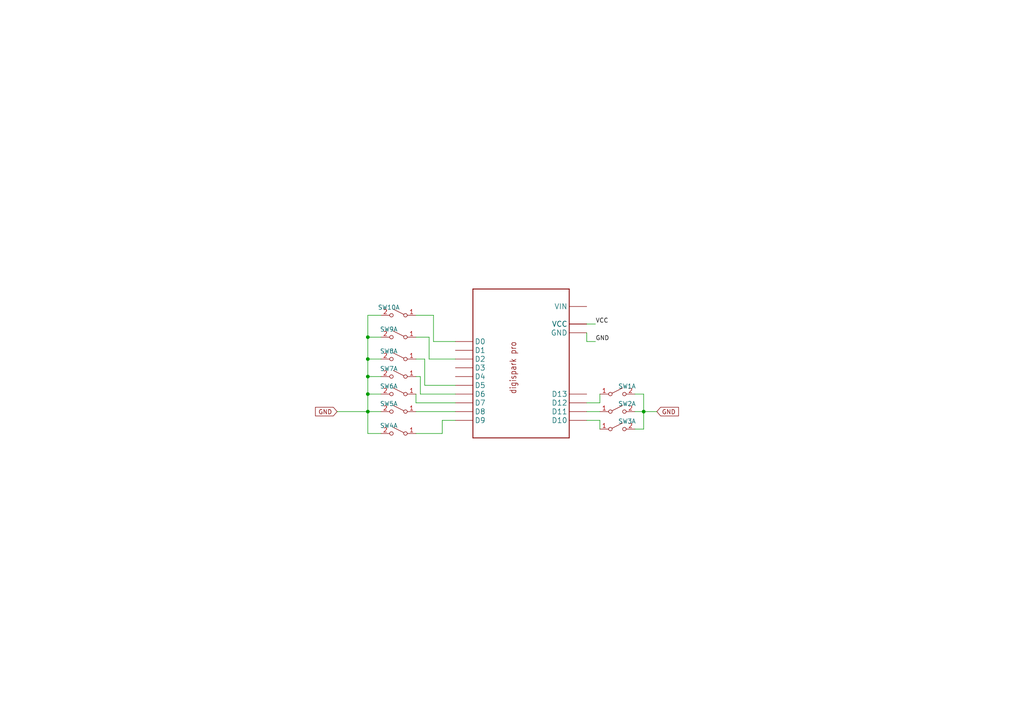
<source format=kicad_sch>
(kicad_sch
	(version 20250114)
	(generator "eeschema")
	(generator_version "9.0")
	(uuid "3401802d-7751-40f8-9a77-062de3f2af07")
	(paper "A4")
	(lib_symbols
		(symbol "DigiJoypad-eagle-import:DIGI-PRO"
			(exclude_from_sim no)
			(in_bom yes)
			(on_board yes)
			(property "Reference" ""
				(at 0 0 0)
				(effects
					(font
						(size 1.27 1.27)
					)
					(hide yes)
				)
			)
			(property "Value" ""
				(at 0 0 0)
				(effects
					(font
						(size 1.27 1.27)
					)
					(hide yes)
				)
			)
			(property "Footprint" "DigiJoypad:DIGI-PRO"
				(at 0 0 0)
				(effects
					(font
						(size 1.27 1.27)
					)
					(hide yes)
				)
			)
			(property "Datasheet" ""
				(at 0 0 0)
				(effects
					(font
						(size 1.27 1.27)
					)
					(hide yes)
				)
			)
			(property "Description" "Digispark Pro Clone"
				(at 0 0 0)
				(effects
					(font
						(size 1.27 1.27)
					)
					(hide yes)
				)
			)
			(property "ki_locked" ""
				(at 0 0 0)
				(effects
					(font
						(size 1.27 1.27)
					)
				)
			)
			(symbol "DIGI-PRO_1_0"
				(polyline
					(pts
						(xy -17.78 22.86) (xy 10.16 22.86)
					)
					(stroke
						(width 0.254)
						(type solid)
					)
					(fill
						(type none)
					)
				)
				(polyline
					(pts
						(xy -17.78 -20.32) (xy -17.78 22.86)
					)
					(stroke
						(width 0.254)
						(type solid)
					)
					(fill
						(type none)
					)
				)
				(polyline
					(pts
						(xy 10.16 22.86) (xy 10.16 -20.32)
					)
					(stroke
						(width 0.254)
						(type solid)
					)
					(fill
						(type none)
					)
				)
				(polyline
					(pts
						(xy 10.16 -20.32) (xy -17.78 -20.32)
					)
					(stroke
						(width 0.254)
						(type solid)
					)
					(fill
						(type none)
					)
				)
				(text "digispark pro"
					(at -5.08 -7.62 900)
					(effects
						(font
							(size 1.778 1.5113)
						)
						(justify left bottom)
					)
				)
				(pin bidirectional line
					(at -22.86 7.62 0)
					(length 5.08)
					(name "D0"
						(effects
							(font
								(size 1.524 1.524)
							)
						)
					)
					(number "D0"
						(effects
							(font
								(size 0 0)
							)
						)
					)
				)
				(pin bidirectional line
					(at -22.86 5.08 0)
					(length 5.08)
					(name "D1"
						(effects
							(font
								(size 1.524 1.524)
							)
						)
					)
					(number "D1"
						(effects
							(font
								(size 0 0)
							)
						)
					)
				)
				(pin bidirectional line
					(at -22.86 2.54 0)
					(length 5.08)
					(name "D2"
						(effects
							(font
								(size 1.524 1.524)
							)
						)
					)
					(number "D2"
						(effects
							(font
								(size 0 0)
							)
						)
					)
				)
				(pin bidirectional line
					(at -22.86 0 0)
					(length 5.08)
					(name "D3"
						(effects
							(font
								(size 1.524 1.524)
							)
						)
					)
					(number "D3"
						(effects
							(font
								(size 0 0)
							)
						)
					)
				)
				(pin bidirectional line
					(at -22.86 -2.54 0)
					(length 5.08)
					(name "D4"
						(effects
							(font
								(size 1.524 1.524)
							)
						)
					)
					(number "D4"
						(effects
							(font
								(size 0 0)
							)
						)
					)
				)
				(pin bidirectional line
					(at -22.86 -5.08 0)
					(length 5.08)
					(name "D5"
						(effects
							(font
								(size 1.524 1.524)
							)
						)
					)
					(number "D5"
						(effects
							(font
								(size 0 0)
							)
						)
					)
				)
				(pin bidirectional line
					(at -22.86 -7.62 0)
					(length 5.08)
					(name "D6"
						(effects
							(font
								(size 1.524 1.524)
							)
						)
					)
					(number "D6"
						(effects
							(font
								(size 0 0)
							)
						)
					)
				)
				(pin bidirectional line
					(at -22.86 -10.16 0)
					(length 5.08)
					(name "D7"
						(effects
							(font
								(size 1.524 1.524)
							)
						)
					)
					(number "D7"
						(effects
							(font
								(size 0 0)
							)
						)
					)
				)
				(pin bidirectional line
					(at -22.86 -12.7 0)
					(length 5.08)
					(name "D8"
						(effects
							(font
								(size 1.524 1.524)
							)
						)
					)
					(number "D8"
						(effects
							(font
								(size 0 0)
							)
						)
					)
				)
				(pin bidirectional line
					(at -22.86 -15.24 0)
					(length 5.08)
					(name "D9"
						(effects
							(font
								(size 1.524 1.524)
							)
						)
					)
					(number "D9"
						(effects
							(font
								(size 0 0)
							)
						)
					)
				)
				(pin bidirectional line
					(at 15.24 17.78 180)
					(length 5.08)
					(name "VIN"
						(effects
							(font
								(size 1.524 1.524)
							)
						)
					)
					(number "VIN"
						(effects
							(font
								(size 0 0)
							)
						)
					)
				)
				(pin bidirectional line
					(at 15.24 12.7 180)
					(length 5.08)
					(name "VCC"
						(effects
							(font
								(size 1.524 1.524)
							)
						)
					)
					(number "VCC"
						(effects
							(font
								(size 0 0)
							)
						)
					)
				)
				(pin bidirectional line
					(at 15.24 12.7 180)
					(length 5.08)
					(name "VCC"
						(effects
							(font
								(size 1.524 1.524)
							)
						)
					)
					(number "VCC1"
						(effects
							(font
								(size 0 0)
							)
						)
					)
				)
				(pin bidirectional line
					(at 15.24 10.16 180)
					(length 5.08)
					(name "GND"
						(effects
							(font
								(size 1.524 1.524)
							)
						)
					)
					(number "GND"
						(effects
							(font
								(size 0 0)
							)
						)
					)
				)
				(pin bidirectional line
					(at 15.24 -7.62 180)
					(length 5.08)
					(name "D13"
						(effects
							(font
								(size 1.524 1.524)
							)
						)
					)
					(number "D13"
						(effects
							(font
								(size 0 0)
							)
						)
					)
				)
				(pin bidirectional line
					(at 15.24 -10.16 180)
					(length 5.08)
					(name "D12"
						(effects
							(font
								(size 1.524 1.524)
							)
						)
					)
					(number "D12"
						(effects
							(font
								(size 0 0)
							)
						)
					)
				)
				(pin bidirectional line
					(at 15.24 -12.7 180)
					(length 5.08)
					(name "D11"
						(effects
							(font
								(size 1.524 1.524)
							)
						)
					)
					(number "D11"
						(effects
							(font
								(size 0 0)
							)
						)
					)
				)
				(pin bidirectional line
					(at 15.24 -15.24 180)
					(length 5.08)
					(name "D10"
						(effects
							(font
								(size 1.524 1.524)
							)
						)
					)
					(number "D10"
						(effects
							(font
								(size 0 0)
							)
						)
					)
				)
			)
			(embedded_fonts no)
		)
		(symbol "Switch:SW_DPST_x2"
			(pin_names
				(offset 0)
				(hide yes)
			)
			(exclude_from_sim no)
			(in_bom yes)
			(on_board yes)
			(property "Reference" "SW"
				(at 0 3.175 0)
				(effects
					(font
						(size 1.27 1.27)
					)
				)
			)
			(property "Value" "SW_DPST_x2"
				(at 0 -2.54 0)
				(effects
					(font
						(size 1.27 1.27)
					)
				)
			)
			(property "Footprint" ""
				(at 0 0 0)
				(effects
					(font
						(size 1.27 1.27)
					)
					(hide yes)
				)
			)
			(property "Datasheet" "~"
				(at 0 0 0)
				(effects
					(font
						(size 1.27 1.27)
					)
					(hide yes)
				)
			)
			(property "Description" "Single Pole Single Throw (SPST) switch, separate symbol"
				(at 0 0 0)
				(effects
					(font
						(size 1.27 1.27)
					)
					(hide yes)
				)
			)
			(property "ki_keywords" "switch lever"
				(at 0 0 0)
				(effects
					(font
						(size 1.27 1.27)
					)
					(hide yes)
				)
			)
			(symbol "SW_DPST_x2_0_0"
				(circle
					(center -2.032 0)
					(radius 0.508)
					(stroke
						(width 0)
						(type default)
					)
					(fill
						(type none)
					)
				)
				(polyline
					(pts
						(xy -1.524 0.254) (xy 1.524 1.778)
					)
					(stroke
						(width 0)
						(type default)
					)
					(fill
						(type none)
					)
				)
				(circle
					(center 2.032 0)
					(radius 0.508)
					(stroke
						(width 0)
						(type default)
					)
					(fill
						(type none)
					)
				)
			)
			(symbol "SW_DPST_x2_1_1"
				(pin passive line
					(at -5.08 0 0)
					(length 2.54)
					(name "A"
						(effects
							(font
								(size 1.27 1.27)
							)
						)
					)
					(number "1"
						(effects
							(font
								(size 1.27 1.27)
							)
						)
					)
				)
				(pin passive line
					(at 5.08 0 180)
					(length 2.54)
					(name "B"
						(effects
							(font
								(size 1.27 1.27)
							)
						)
					)
					(number "2"
						(effects
							(font
								(size 1.27 1.27)
							)
						)
					)
				)
			)
			(symbol "SW_DPST_x2_2_1"
				(pin passive line
					(at -5.08 0 0)
					(length 2.54)
					(name "A"
						(effects
							(font
								(size 1.27 1.27)
							)
						)
					)
					(number "3"
						(effects
							(font
								(size 1.27 1.27)
							)
						)
					)
				)
				(pin passive line
					(at 5.08 0 180)
					(length 2.54)
					(name "B"
						(effects
							(font
								(size 1.27 1.27)
							)
						)
					)
					(number "4"
						(effects
							(font
								(size 1.27 1.27)
							)
						)
					)
				)
			)
			(embedded_fonts no)
		)
	)
	(junction
		(at 106.68 104.14)
		(diameter 0)
		(color 0 0 0 0)
		(uuid "2d3e64ec-29b1-468b-8e67-c24ba317d1fa")
	)
	(junction
		(at 106.68 114.3)
		(diameter 0)
		(color 0 0 0 0)
		(uuid "3cbf6701-fda0-42c8-bca2-0ea2fee9cdc3")
	)
	(junction
		(at 106.68 119.38)
		(diameter 0)
		(color 0 0 0 0)
		(uuid "732c1ac3-391d-472b-a864-0fcdda37742e")
	)
	(junction
		(at 106.68 109.22)
		(diameter 0)
		(color 0 0 0 0)
		(uuid "8cd6c8b3-fb61-437a-aecd-e232bc8c4e9f")
	)
	(junction
		(at 186.69 119.38)
		(diameter 0)
		(color 0 0 0 0)
		(uuid "a2e1cca4-dd81-4c05-8cfe-3e728749ecfc")
	)
	(junction
		(at 106.68 97.79)
		(diameter 0)
		(color 0 0 0 0)
		(uuid "e435e5c6-6040-49de-8098-e6d4d689c33a")
	)
	(wire
		(pts
			(xy 106.68 91.44) (xy 106.68 97.79)
		)
		(stroke
			(width 0)
			(type default)
		)
		(uuid "02d15c07-4732-47e7-af48-f53d141e878e")
	)
	(wire
		(pts
			(xy 184.15 119.38) (xy 186.69 119.38)
		)
		(stroke
			(width 0)
			(type default)
		)
		(uuid "053b959c-125a-4a0d-8b4e-4b8faf782f70")
	)
	(wire
		(pts
			(xy 170.18 96.52) (xy 170.18 99.06)
		)
		(stroke
			(width 0.1524)
			(type solid)
		)
		(uuid "1c94b008-aeb4-4764-ba1d-e5f423566e0e")
	)
	(wire
		(pts
			(xy 121.92 109.22) (xy 121.92 114.3)
		)
		(stroke
			(width 0)
			(type default)
		)
		(uuid "1e91a268-1f17-4d28-8846-6618719347ed")
	)
	(wire
		(pts
			(xy 97.79 119.38) (xy 106.68 119.38)
		)
		(stroke
			(width 0)
			(type default)
		)
		(uuid "20b2b5d3-c3c0-451a-a697-3017cefd5501")
	)
	(wire
		(pts
			(xy 170.18 116.84) (xy 173.99 116.84)
		)
		(stroke
			(width 0)
			(type default)
		)
		(uuid "21f9d798-aaa0-4fce-a204-9b254faa0f91")
	)
	(wire
		(pts
			(xy 123.19 111.76) (xy 132.08 111.76)
		)
		(stroke
			(width 0)
			(type default)
		)
		(uuid "28205899-18c2-4319-ad1b-5f4975195a03")
	)
	(wire
		(pts
			(xy 120.65 125.73) (xy 128.27 125.73)
		)
		(stroke
			(width 0)
			(type default)
		)
		(uuid "2d70be5a-211e-4ccf-908f-ab0f9a5c0f56")
	)
	(wire
		(pts
			(xy 186.69 124.46) (xy 186.69 119.38)
		)
		(stroke
			(width 0)
			(type default)
		)
		(uuid "3002e2fd-fc24-4453-a1c4-f582bda3f580")
	)
	(wire
		(pts
			(xy 184.15 114.3) (xy 186.69 114.3)
		)
		(stroke
			(width 0)
			(type default)
		)
		(uuid "33c5479c-bf20-47b2-8714-d37f0b3f7be6")
	)
	(wire
		(pts
			(xy 184.15 124.46) (xy 186.69 124.46)
		)
		(stroke
			(width 0)
			(type default)
		)
		(uuid "38ebeb50-c070-4c6e-ab6c-ef486e48983a")
	)
	(wire
		(pts
			(xy 132.08 104.14) (xy 124.46 104.14)
		)
		(stroke
			(width 0)
			(type default)
		)
		(uuid "38fa37ce-2cae-4715-9798-376ce8c63dd2")
	)
	(wire
		(pts
			(xy 106.68 104.14) (xy 110.49 104.14)
		)
		(stroke
			(width 0)
			(type default)
		)
		(uuid "3bcd6383-31ec-4910-892f-b0241672ce9f")
	)
	(wire
		(pts
			(xy 123.19 104.14) (xy 123.19 111.76)
		)
		(stroke
			(width 0)
			(type default)
		)
		(uuid "402cefa8-f0e9-4d44-96b0-1dcf3e389341")
	)
	(wire
		(pts
			(xy 120.65 109.22) (xy 121.92 109.22)
		)
		(stroke
			(width 0)
			(type default)
		)
		(uuid "4089c31b-e114-43dd-aa9a-f695fc5e767f")
	)
	(wire
		(pts
			(xy 125.73 99.06) (xy 125.73 91.44)
		)
		(stroke
			(width 0)
			(type default)
		)
		(uuid "43e29cac-f527-4579-bbe0-f064894b1d7d")
	)
	(wire
		(pts
			(xy 120.65 104.14) (xy 123.19 104.14)
		)
		(stroke
			(width 0)
			(type default)
		)
		(uuid "45ad0a1d-1814-4a91-b857-dbd2a7fb1695")
	)
	(wire
		(pts
			(xy 128.27 121.92) (xy 132.08 121.92)
		)
		(stroke
			(width 0)
			(type default)
		)
		(uuid "5cb3b018-0345-420d-bb50-c49ffd5539eb")
	)
	(wire
		(pts
			(xy 170.18 99.06) (xy 172.72 99.06)
		)
		(stroke
			(width 0.1524)
			(type solid)
		)
		(uuid "721eeb44-c43b-47e3-a193-807604eb3798")
	)
	(wire
		(pts
			(xy 106.68 119.38) (xy 110.49 119.38)
		)
		(stroke
			(width 0)
			(type default)
		)
		(uuid "74023869-3f90-464d-a1f5-4d11354a2a3e")
	)
	(wire
		(pts
			(xy 106.68 109.22) (xy 110.49 109.22)
		)
		(stroke
			(width 0)
			(type default)
		)
		(uuid "7538e2c4-f693-4ef3-8a65-61e24dcd457c")
	)
	(wire
		(pts
			(xy 170.18 93.98) (xy 172.72 93.98)
		)
		(stroke
			(width 0.1524)
			(type solid)
		)
		(uuid "75817268-574d-4859-a94c-338288db2f22")
	)
	(wire
		(pts
			(xy 106.68 114.3) (xy 106.68 119.38)
		)
		(stroke
			(width 0)
			(type default)
		)
		(uuid "88f039b5-1fa3-4e8d-82f9-7f2ac0a3db75")
	)
	(wire
		(pts
			(xy 186.69 119.38) (xy 190.5 119.38)
		)
		(stroke
			(width 0)
			(type default)
		)
		(uuid "8b1f716d-9a9f-4e06-bca8-2de4361237b0")
	)
	(wire
		(pts
			(xy 124.46 104.14) (xy 124.46 97.79)
		)
		(stroke
			(width 0)
			(type default)
		)
		(uuid "8b53761f-26d5-4e33-8267-b0a4fe13da2c")
	)
	(wire
		(pts
			(xy 128.27 125.73) (xy 128.27 121.92)
		)
		(stroke
			(width 0)
			(type default)
		)
		(uuid "97b9959d-7194-4051-939b-ccc17da2e1e4")
	)
	(wire
		(pts
			(xy 170.18 119.38) (xy 173.99 119.38)
		)
		(stroke
			(width 0)
			(type default)
		)
		(uuid "a1651436-0a44-40b5-b0b5-001670e1a0e0")
	)
	(wire
		(pts
			(xy 106.68 104.14) (xy 106.68 109.22)
		)
		(stroke
			(width 0)
			(type default)
		)
		(uuid "a218f45e-3d51-460a-b0d1-23c7021434d3")
	)
	(wire
		(pts
			(xy 106.68 97.79) (xy 106.68 104.14)
		)
		(stroke
			(width 0)
			(type default)
		)
		(uuid "a52a37e9-96e1-4aaa-910c-a28a1909b076")
	)
	(wire
		(pts
			(xy 106.68 114.3) (xy 110.49 114.3)
		)
		(stroke
			(width 0)
			(type default)
		)
		(uuid "a614ffb4-52d1-472e-b932-d0370dae0bb5")
	)
	(wire
		(pts
			(xy 120.65 114.3) (xy 120.65 116.84)
		)
		(stroke
			(width 0)
			(type default)
		)
		(uuid "a698804c-ddf7-45c7-9948-e48bcde4772d")
	)
	(wire
		(pts
			(xy 170.18 121.92) (xy 173.99 121.92)
		)
		(stroke
			(width 0)
			(type default)
		)
		(uuid "b0628abb-a6b9-440a-86cc-7e4bc9d5116e")
	)
	(wire
		(pts
			(xy 120.65 119.38) (xy 132.08 119.38)
		)
		(stroke
			(width 0)
			(type default)
		)
		(uuid "b547375d-d17b-405a-8af7-29baeaf144fc")
	)
	(wire
		(pts
			(xy 106.68 125.73) (xy 110.49 125.73)
		)
		(stroke
			(width 0)
			(type default)
		)
		(uuid "b754e10d-dda4-45e2-8346-4a800105d83d")
	)
	(wire
		(pts
			(xy 120.65 116.84) (xy 132.08 116.84)
		)
		(stroke
			(width 0)
			(type default)
		)
		(uuid "c2b8218f-08c4-4a2f-83d9-703f4bcacecd")
	)
	(wire
		(pts
			(xy 120.65 97.79) (xy 124.46 97.79)
		)
		(stroke
			(width 0)
			(type default)
		)
		(uuid "c2fe6f46-8b2a-4e9f-b2ca-635658a4bfaf")
	)
	(wire
		(pts
			(xy 186.69 119.38) (xy 186.69 114.3)
		)
		(stroke
			(width 0)
			(type default)
		)
		(uuid "c98aa867-ebee-42d5-92d3-edc98d5d7af3")
	)
	(wire
		(pts
			(xy 121.92 114.3) (xy 132.08 114.3)
		)
		(stroke
			(width 0)
			(type default)
		)
		(uuid "d3ccc571-99d1-4917-b7ef-0c7cf6cfe904")
	)
	(wire
		(pts
			(xy 173.99 121.92) (xy 173.99 124.46)
		)
		(stroke
			(width 0)
			(type default)
		)
		(uuid "e0fdb5a7-e900-4d81-9ad9-11b90ee044a2")
	)
	(wire
		(pts
			(xy 173.99 116.84) (xy 173.99 114.3)
		)
		(stroke
			(width 0)
			(type default)
		)
		(uuid "e48e9679-323c-4382-9ffe-34f7533eb508")
	)
	(wire
		(pts
			(xy 132.08 99.06) (xy 125.73 99.06)
		)
		(stroke
			(width 0)
			(type default)
		)
		(uuid "e8a9a3b7-1a9b-4a45-b439-305a0d36f286")
	)
	(wire
		(pts
			(xy 120.65 91.44) (xy 125.73 91.44)
		)
		(stroke
			(width 0)
			(type default)
		)
		(uuid "eb6e1f64-0a45-4475-8d62-94ad5fd83656")
	)
	(wire
		(pts
			(xy 106.68 97.79) (xy 110.49 97.79)
		)
		(stroke
			(width 0)
			(type default)
		)
		(uuid "f3423502-ac57-406e-b578-8184f40fcf1b")
	)
	(wire
		(pts
			(xy 110.49 91.44) (xy 106.68 91.44)
		)
		(stroke
			(width 0)
			(type default)
		)
		(uuid "f97bf2a2-1336-43d6-904a-ecb87c0d6782")
	)
	(wire
		(pts
			(xy 106.68 109.22) (xy 106.68 114.3)
		)
		(stroke
			(width 0)
			(type default)
		)
		(uuid "fdf29534-d006-4849-a75b-d58a3bcfb771")
	)
	(wire
		(pts
			(xy 106.68 119.38) (xy 106.68 125.73)
		)
		(stroke
			(width 0)
			(type default)
		)
		(uuid "fedfd55e-fa90-4077-a438-cda26c91c663")
	)
	(label "VCC"
		(at 172.72 93.98 0)
		(effects
			(font
				(size 1.2446 1.2446)
			)
			(justify left bottom)
		)
		(uuid "46d5ebdf-eb5b-4004-8d5f-753fb6ab49d1")
	)
	(label "GND"
		(at 172.72 99.06 0)
		(effects
			(font
				(size 1.2446 1.2446)
			)
			(justify left bottom)
		)
		(uuid "c964c906-6ea2-4426-b99f-0ea8ba1b065e")
	)
	(global_label "GND"
		(shape input)
		(at 97.79 119.38 180)
		(fields_autoplaced yes)
		(effects
			(font
				(size 1.27 1.27)
			)
			(justify right)
		)
		(uuid "67892684-f3d4-4c76-9855-bd73e7dc78ec")
		(property "Intersheetrefs" "${INTERSHEET_REFS}"
			(at 90.9343 119.38 0)
			(effects
				(font
					(size 1.27 1.27)
				)
				(justify right)
				(hide yes)
			)
		)
	)
	(global_label "GND"
		(shape input)
		(at 190.5 119.38 0)
		(fields_autoplaced yes)
		(effects
			(font
				(size 1.27 1.27)
			)
			(justify left)
		)
		(uuid "f0639e1b-8200-4617-82ca-b1156591191f")
		(property "Intersheetrefs" "${INTERSHEET_REFS}"
			(at 197.3557 119.38 0)
			(effects
				(font
					(size 1.27 1.27)
				)
				(justify left)
				(hide yes)
			)
		)
	)
	(symbol
		(lib_id "Switch:SW_DPST_x2")
		(at 179.07 119.38 0)
		(unit 1)
		(exclude_from_sim no)
		(in_bom yes)
		(on_board yes)
		(dnp no)
		(uuid "1626bc9d-9cd9-4cef-8913-87aec74d8147")
		(property "Reference" "SW2"
			(at 181.864 117.094 0)
			(effects
				(font
					(size 1.27 1.27)
				)
			)
		)
		(property "Value" "SW_MEC_5G"
			(at 179.07 114.3 0)
			(effects
				(font
					(size 1.27 1.27)
				)
				(hide yes)
			)
		)
		(property "Footprint" "Button_Switch_THT:SW_SPST_Omron_B3F-40xx"
			(at 179.07 119.38 0)
			(effects
				(font
					(size 1.27 1.27)
				)
				(hide yes)
			)
		)
		(property "Datasheet" "~"
			(at 179.07 119.38 0)
			(effects
				(font
					(size 1.27 1.27)
				)
				(hide yes)
			)
		)
		(property "Description" "Single Pole Single Throw (SPST) switch, separate symbol"
			(at 179.07 119.38 0)
			(effects
				(font
					(size 1.27 1.27)
				)
				(hide yes)
			)
		)
		(pin "4"
			(uuid "81e7aea2-be18-4da7-8510-f76c5e973b6a")
		)
		(pin "1"
			(uuid "7b7715e1-f5a8-4e6e-9952-5d77794b2366")
		)
		(pin "3"
			(uuid "2a51bd9f-d654-4b23-a934-0f1ce82c9298")
		)
		(pin "2"
			(uuid "cb70241a-68b3-40b0-a7a5-c7cd18b31d9b")
		)
		(instances
			(project "DigiJoypad"
				(path "/3401802d-7751-40f8-9a77-062de3f2af07"
					(reference "SW2")
					(unit 1)
				)
			)
		)
	)
	(symbol
		(lib_id "Switch:SW_DPST_x2")
		(at 115.57 119.38 0)
		(mirror y)
		(unit 1)
		(exclude_from_sim no)
		(in_bom yes)
		(on_board yes)
		(dnp no)
		(uuid "27d66cb2-df09-4f80-af04-944f12e9abcb")
		(property "Reference" "SW5"
			(at 112.776 117.094 0)
			(effects
				(font
					(size 1.27 1.27)
				)
			)
		)
		(property "Value" "SW_MEC_5G"
			(at 115.57 114.3 0)
			(effects
				(font
					(size 1.27 1.27)
				)
				(hide yes)
			)
		)
		(property "Footprint" "Button_Switch_THT:SW_SPST_Omron_B3F-40xx"
			(at 115.57 119.38 0)
			(effects
				(font
					(size 1.27 1.27)
				)
				(hide yes)
			)
		)
		(property "Datasheet" "~"
			(at 115.57 119.38 0)
			(effects
				(font
					(size 1.27 1.27)
				)
				(hide yes)
			)
		)
		(property "Description" "Single Pole Single Throw (SPST) switch, separate symbol"
			(at 115.57 119.38 0)
			(effects
				(font
					(size 1.27 1.27)
				)
				(hide yes)
			)
		)
		(pin "4"
			(uuid "d39be329-d6a6-4145-a907-4ccd5c433951")
		)
		(pin "1"
			(uuid "0cee70bc-655c-4b88-b201-05449330a251")
		)
		(pin "3"
			(uuid "2eb895da-9e09-4f3a-81b2-654792aa0387")
		)
		(pin "2"
			(uuid "8409aabf-7d8a-4635-b9f8-dc78f9b20856")
		)
		(instances
			(project "DigiJoypad"
				(path "/3401802d-7751-40f8-9a77-062de3f2af07"
					(reference "SW5")
					(unit 1)
				)
			)
		)
	)
	(symbol
		(lib_id "Switch:SW_DPST_x2")
		(at 115.57 97.79 0)
		(mirror y)
		(unit 1)
		(exclude_from_sim no)
		(in_bom yes)
		(on_board yes)
		(dnp no)
		(uuid "43c3443a-5561-4e2b-b505-89c3ec5ac283")
		(property "Reference" "SW9"
			(at 112.776 95.504 0)
			(effects
				(font
					(size 1.27 1.27)
				)
			)
		)
		(property "Value" "SW_MEC_5G"
			(at 115.57 92.71 0)
			(effects
				(font
					(size 1.27 1.27)
				)
				(hide yes)
			)
		)
		(property "Footprint" "Button_Switch_THT:SW_SPST_Omron_B3F-40xx"
			(at 115.57 97.79 0)
			(effects
				(font
					(size 1.27 1.27)
				)
				(hide yes)
			)
		)
		(property "Datasheet" "~"
			(at 115.57 97.79 0)
			(effects
				(font
					(size 1.27 1.27)
				)
				(hide yes)
			)
		)
		(property "Description" "Single Pole Single Throw (SPST) switch, separate symbol"
			(at 115.57 97.79 0)
			(effects
				(font
					(size 1.27 1.27)
				)
				(hide yes)
			)
		)
		(pin "4"
			(uuid "9834a8c4-eba9-48a4-a0b6-607899e5dff2")
		)
		(pin "1"
			(uuid "27510c39-e151-40d7-95aa-b2ecf507db97")
		)
		(pin "3"
			(uuid "b640f50b-4dce-46e8-8711-8ddaacb14364")
		)
		(pin "2"
			(uuid "3cdfc090-ab7b-45df-b567-298626873ea6")
		)
		(instances
			(project "DigiJoypad"
				(path "/3401802d-7751-40f8-9a77-062de3f2af07"
					(reference "SW9")
					(unit 1)
				)
			)
		)
	)
	(symbol
		(lib_id "Switch:SW_DPST_x2")
		(at 115.57 125.73 0)
		(mirror y)
		(unit 1)
		(exclude_from_sim no)
		(in_bom yes)
		(on_board yes)
		(dnp no)
		(uuid "4902febb-57ce-4de8-a7f9-688144b43ad2")
		(property "Reference" "SW4"
			(at 112.776 123.444 0)
			(effects
				(font
					(size 1.27 1.27)
				)
			)
		)
		(property "Value" "SW_MEC_5G"
			(at 115.57 120.65 0)
			(effects
				(font
					(size 1.27 1.27)
				)
				(hide yes)
			)
		)
		(property "Footprint" "Button_Switch_THT:SW_SPST_Omron_B3F-40xx"
			(at 115.57 125.73 0)
			(effects
				(font
					(size 1.27 1.27)
				)
				(hide yes)
			)
		)
		(property "Datasheet" "~"
			(at 115.57 125.73 0)
			(effects
				(font
					(size 1.27 1.27)
				)
				(hide yes)
			)
		)
		(property "Description" "Single Pole Single Throw (SPST) switch, separate symbol"
			(at 115.57 125.73 0)
			(effects
				(font
					(size 1.27 1.27)
				)
				(hide yes)
			)
		)
		(pin "4"
			(uuid "c794745d-6d77-459c-b894-a05c6b83f8f8")
		)
		(pin "1"
			(uuid "3087aefa-d92b-4aa9-a159-5c83d198291d")
		)
		(pin "3"
			(uuid "6b1e68a5-c8de-405e-a448-55e8ef9d51af")
		)
		(pin "2"
			(uuid "6112cec0-aa95-444f-b7d4-54070e4dea2a")
		)
		(instances
			(project "DigiJoypad"
				(path "/3401802d-7751-40f8-9a77-062de3f2af07"
					(reference "SW4")
					(unit 1)
				)
			)
		)
	)
	(symbol
		(lib_id "Switch:SW_DPST_x2")
		(at 115.57 114.3 0)
		(mirror y)
		(unit 1)
		(exclude_from_sim no)
		(in_bom yes)
		(on_board yes)
		(dnp no)
		(uuid "6ea9769a-e9b1-4f8a-8843-c3d921756c4c")
		(property "Reference" "SW6"
			(at 112.776 112.014 0)
			(effects
				(font
					(size 1.27 1.27)
				)
			)
		)
		(property "Value" "SW_MEC_5G"
			(at 115.57 109.22 0)
			(effects
				(font
					(size 1.27 1.27)
				)
				(hide yes)
			)
		)
		(property "Footprint" "Button_Switch_THT:SW_SPST_Omron_B3F-40xx"
			(at 115.57 114.3 0)
			(effects
				(font
					(size 1.27 1.27)
				)
				(hide yes)
			)
		)
		(property "Datasheet" "~"
			(at 115.57 114.3 0)
			(effects
				(font
					(size 1.27 1.27)
				)
				(hide yes)
			)
		)
		(property "Description" "Single Pole Single Throw (SPST) switch, separate symbol"
			(at 115.57 114.3 0)
			(effects
				(font
					(size 1.27 1.27)
				)
				(hide yes)
			)
		)
		(pin "4"
			(uuid "713b571d-c154-4a39-8c73-5a2accc571ce")
		)
		(pin "1"
			(uuid "a0862b29-fb86-4966-a9fc-b664911f88a6")
		)
		(pin "3"
			(uuid "bd5e0377-7c1d-462e-a88a-58e49c4ef6b5")
		)
		(pin "2"
			(uuid "9faaef2c-1637-4e51-b2d2-76ebbc6d1e51")
		)
		(instances
			(project "DigiJoypad"
				(path "/3401802d-7751-40f8-9a77-062de3f2af07"
					(reference "SW6")
					(unit 1)
				)
			)
		)
	)
	(symbol
		(lib_id "Switch:SW_DPST_x2")
		(at 179.07 124.46 0)
		(unit 1)
		(exclude_from_sim no)
		(in_bom yes)
		(on_board yes)
		(dnp no)
		(uuid "834a97be-64f8-4d3f-857b-1cad8a6ba5af")
		(property "Reference" "SW3"
			(at 181.864 122.174 0)
			(effects
				(font
					(size 1.27 1.27)
				)
			)
		)
		(property "Value" "SW_MEC_5G"
			(at 179.07 119.38 0)
			(effects
				(font
					(size 1.27 1.27)
				)
				(hide yes)
			)
		)
		(property "Footprint" "Button_Switch_THT:SW_SPST_Omron_B3F-40xx"
			(at 179.07 124.46 0)
			(effects
				(font
					(size 1.27 1.27)
				)
				(hide yes)
			)
		)
		(property "Datasheet" "~"
			(at 179.07 124.46 0)
			(effects
				(font
					(size 1.27 1.27)
				)
				(hide yes)
			)
		)
		(property "Description" "Single Pole Single Throw (SPST) switch, separate symbol"
			(at 179.07 124.46 0)
			(effects
				(font
					(size 1.27 1.27)
				)
				(hide yes)
			)
		)
		(pin "4"
			(uuid "c9d00a91-c6a7-4221-9948-d4edea79e788")
		)
		(pin "1"
			(uuid "79b0eaa2-118c-4064-827a-110e4bd8263a")
		)
		(pin "3"
			(uuid "001f384b-4b98-45b8-ac49-90ef21f55eb4")
		)
		(pin "2"
			(uuid "3ff47d91-7224-4ec4-9671-06ed56fab9a8")
		)
		(instances
			(project "DigiJoypad"
				(path "/3401802d-7751-40f8-9a77-062de3f2af07"
					(reference "SW3")
					(unit 1)
				)
			)
		)
	)
	(symbol
		(lib_id "Switch:SW_DPST_x2")
		(at 115.57 109.22 0)
		(mirror y)
		(unit 1)
		(exclude_from_sim no)
		(in_bom yes)
		(on_board yes)
		(dnp no)
		(uuid "9a5937e0-8d81-4c46-a00f-f3ccb65ccfdc")
		(property "Reference" "SW7"
			(at 112.776 106.934 0)
			(effects
				(font
					(size 1.27 1.27)
				)
			)
		)
		(property "Value" "SW_MEC_5G"
			(at 115.57 104.14 0)
			(effects
				(font
					(size 1.27 1.27)
				)
				(hide yes)
			)
		)
		(property "Footprint" "Button_Switch_THT:SW_SPST_Omron_B3F-40xx"
			(at 115.57 109.22 0)
			(effects
				(font
					(size 1.27 1.27)
				)
				(hide yes)
			)
		)
		(property "Datasheet" "~"
			(at 115.57 109.22 0)
			(effects
				(font
					(size 1.27 1.27)
				)
				(hide yes)
			)
		)
		(property "Description" "Single Pole Single Throw (SPST) switch, separate symbol"
			(at 115.57 109.22 0)
			(effects
				(font
					(size 1.27 1.27)
				)
				(hide yes)
			)
		)
		(pin "4"
			(uuid "c6bee744-208a-44f1-a257-49c65bb1050f")
		)
		(pin "1"
			(uuid "c29d32a6-e253-49b6-913c-607bdb1754f9")
		)
		(pin "3"
			(uuid "04a72cc1-54bb-454f-b561-0e2f7900ef73")
		)
		(pin "2"
			(uuid "59058e75-8528-4442-b657-76f04796e215")
		)
		(instances
			(project "DigiJoypad"
				(path "/3401802d-7751-40f8-9a77-062de3f2af07"
					(reference "SW7")
					(unit 1)
				)
			)
		)
	)
	(symbol
		(lib_id "Switch:SW_DPST_x2")
		(at 115.57 104.14 0)
		(mirror y)
		(unit 1)
		(exclude_from_sim no)
		(in_bom yes)
		(on_board yes)
		(dnp no)
		(uuid "a9a8bfd6-b692-468e-8a26-5d33ff7c44cf")
		(property "Reference" "SW8"
			(at 112.776 101.854 0)
			(effects
				(font
					(size 1.27 1.27)
				)
			)
		)
		(property "Value" "SW_MEC_5G"
			(at 115.57 99.06 0)
			(effects
				(font
					(size 1.27 1.27)
				)
				(hide yes)
			)
		)
		(property "Footprint" "Button_Switch_THT:SW_SPST_Omron_B3F-40xx"
			(at 115.57 104.14 0)
			(effects
				(font
					(size 1.27 1.27)
				)
				(hide yes)
			)
		)
		(property "Datasheet" "~"
			(at 115.57 104.14 0)
			(effects
				(font
					(size 1.27 1.27)
				)
				(hide yes)
			)
		)
		(property "Description" "Single Pole Single Throw (SPST) switch, separate symbol"
			(at 115.57 104.14 0)
			(effects
				(font
					(size 1.27 1.27)
				)
				(hide yes)
			)
		)
		(pin "4"
			(uuid "076958f6-dc60-435b-8bf2-b4804cb4f6a5")
		)
		(pin "1"
			(uuid "34ae5ee3-a68c-44fc-9f25-53a0a96255f2")
		)
		(pin "3"
			(uuid "1b82310c-4fe2-4c42-b3d6-3232192653d3")
		)
		(pin "2"
			(uuid "72d8118e-ea4a-42b0-bdc5-78dc27a28054")
		)
		(instances
			(project "DigiJoypad"
				(path "/3401802d-7751-40f8-9a77-062de3f2af07"
					(reference "SW8")
					(unit 1)
				)
			)
		)
	)
	(symbol
		(lib_id "Switch:SW_DPST_x2")
		(at 115.57 91.44 0)
		(mirror y)
		(unit 1)
		(exclude_from_sim no)
		(in_bom yes)
		(on_board yes)
		(dnp no)
		(uuid "c0812b13-3443-41e3-85bb-6cf0197f2b18")
		(property "Reference" "SW10"
			(at 112.776 89.154 0)
			(effects
				(font
					(size 1.27 1.27)
				)
			)
		)
		(property "Value" "SW_MEC_5G"
			(at 115.57 86.36 0)
			(effects
				(font
					(size 1.27 1.27)
				)
				(hide yes)
			)
		)
		(property "Footprint" "Button_Switch_THT:SW_SPST_Omron_B3F-40xx"
			(at 115.57 91.44 0)
			(effects
				(font
					(size 1.27 1.27)
				)
				(hide yes)
			)
		)
		(property "Datasheet" "~"
			(at 115.57 91.44 0)
			(effects
				(font
					(size 1.27 1.27)
				)
				(hide yes)
			)
		)
		(property "Description" "Single Pole Single Throw (SPST) switch, separate symbol"
			(at 115.57 91.44 0)
			(effects
				(font
					(size 1.27 1.27)
				)
				(hide yes)
			)
		)
		(pin "4"
			(uuid "8404d5f9-db5f-4156-8337-2fc94733d801")
		)
		(pin "1"
			(uuid "18249d95-5fa9-4ece-b699-45dbbae19324")
		)
		(pin "3"
			(uuid "940af358-2459-49d8-b0bb-c5733a6a628b")
		)
		(pin "2"
			(uuid "f7d2baa0-300e-40e9-aa9e-ea266425ec62")
		)
		(instances
			(project "DigiJoypad"
				(path "/3401802d-7751-40f8-9a77-062de3f2af07"
					(reference "SW10")
					(unit 1)
				)
			)
		)
	)
	(symbol
		(lib_id "Switch:SW_DPST_x2")
		(at 179.07 114.3 0)
		(unit 1)
		(exclude_from_sim no)
		(in_bom yes)
		(on_board yes)
		(dnp no)
		(uuid "eb0f1459-66db-4e56-bbfe-524ea4496ce2")
		(property "Reference" "SW1"
			(at 181.864 112.014 0)
			(effects
				(font
					(size 1.27 1.27)
				)
			)
		)
		(property "Value" "SW_MEC_5G"
			(at 179.07 109.22 0)
			(effects
				(font
					(size 1.27 1.27)
				)
				(hide yes)
			)
		)
		(property "Footprint" "Button_Switch_THT:SW_SPST_Omron_B3F-40xx"
			(at 179.07 114.3 0)
			(effects
				(font
					(size 1.27 1.27)
				)
				(hide yes)
			)
		)
		(property "Datasheet" "~"
			(at 179.07 114.3 0)
			(effects
				(font
					(size 1.27 1.27)
				)
				(hide yes)
			)
		)
		(property "Description" "Single Pole Single Throw (SPST) switch, separate symbol"
			(at 179.07 114.3 0)
			(effects
				(font
					(size 1.27 1.27)
				)
				(hide yes)
			)
		)
		(pin "4"
			(uuid "b18caa50-9933-47ca-9d3a-13f77abed6be")
		)
		(pin "1"
			(uuid "17f9dec7-a00c-478e-8b10-e7ee035e627c")
		)
		(pin "3"
			(uuid "111f132d-e2ae-47ec-83d9-a847e6533b73")
		)
		(pin "2"
			(uuid "455bfd32-6131-45d0-b52d-9aa236e013c3")
		)
		(instances
			(project ""
				(path "/3401802d-7751-40f8-9a77-062de3f2af07"
					(reference "SW1")
					(unit 1)
				)
			)
		)
	)
	(symbol
		(lib_id "DigiJoypad-eagle-import:DIGI-PRO")
		(at 154.94 106.68 0)
		(unit 1)
		(exclude_from_sim no)
		(in_bom yes)
		(on_board yes)
		(dnp no)
		(uuid "f0fb7b3c-f65f-4deb-8517-1c374fb658a7")
		(property "Reference" "U$1"
			(at 154.94 106.68 0)
			(effects
				(font
					(size 1.27 1.27)
				)
				(hide yes)
			)
		)
		(property "Value" "DIGI-PRO"
			(at 154.94 106.68 0)
			(effects
				(font
					(size 1.27 1.27)
				)
				(hide yes)
			)
		)
		(property "Footprint" "DigiJoypad:DIGI-PRO"
			(at 154.94 106.68 0)
			(effects
				(font
					(size 1.27 1.27)
				)
				(hide yes)
			)
		)
		(property "Datasheet" ""
			(at 154.94 106.68 0)
			(effects
				(font
					(size 1.27 1.27)
				)
				(hide yes)
			)
		)
		(property "Description" ""
			(at 154.94 106.68 0)
			(effects
				(font
					(size 1.27 1.27)
				)
				(hide yes)
			)
		)
		(pin "D3"
			(uuid "c33ad579-98eb-4ab6-b775-7a6c1c6b65da")
		)
		(pin "D0"
			(uuid "7749921e-e104-4edf-9868-652b3f6d78cf")
		)
		(pin "D2"
			(uuid "3f04c7d0-2e6a-4f83-af62-7b9eade9c6be")
		)
		(pin "D1"
			(uuid "bc88dfc6-a503-4ea4-83cd-a87f25927028")
		)
		(pin "D9"
			(uuid "30daf9cd-7042-44c1-962e-750532daed83")
		)
		(pin "VIN"
			(uuid "61970e52-583f-4445-b952-5b7fffd83e10")
		)
		(pin "VCC1"
			(uuid "3a47a155-1b7a-4344-8fe7-5a30621609fb")
		)
		(pin "GND"
			(uuid "2be581c5-d68c-411f-af8d-6f9e09611114")
		)
		(pin "D4"
			(uuid "7afc5f5b-cb04-4e5f-b6af-bdea36144c4e")
		)
		(pin "D8"
			(uuid "14c48365-49fa-4411-afeb-4ddfab7df903")
		)
		(pin "D6"
			(uuid "cf086004-9dfd-4415-a87f-57dfe29fea5b")
		)
		(pin "D7"
			(uuid "4c931545-cdd0-4cd0-af43-08113bf2025d")
		)
		(pin "D13"
			(uuid "fac7f4ce-b44b-479d-9c72-827e0812e9b7")
		)
		(pin "D12"
			(uuid "65546b19-4b52-411f-9b74-822120503a6b")
		)
		(pin "D11"
			(uuid "fa1dba40-2329-4008-b1bb-d293ea0135ad")
		)
		(pin "D5"
			(uuid "6fba959f-2086-48de-9dd9-4e617c597271")
		)
		(pin "D10"
			(uuid "b1eb0987-03e3-45cb-989b-152cce7d4d12")
		)
		(pin "VCC"
			(uuid "1ce89f7e-dfc6-484a-b8b7-7a5145453d33")
		)
		(instances
			(project ""
				(path "/3401802d-7751-40f8-9a77-062de3f2af07"
					(reference "U$1")
					(unit 1)
				)
			)
		)
	)
	(sheet_instances
		(path "/"
			(page "1")
		)
	)
	(embedded_fonts no)
)

</source>
